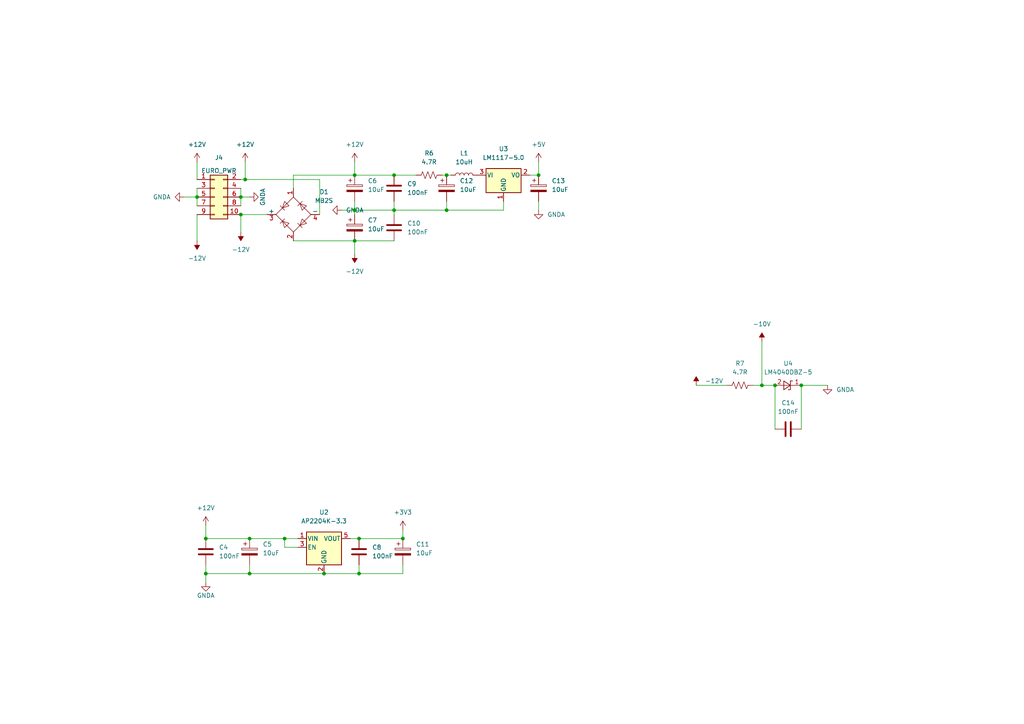
<source format=kicad_sch>
(kicad_sch (version 20211123) (generator eeschema)
  (paper "A4")
  (lib_symbols
    (symbol "Connector_Generic:Conn_02x05_Odd_Even" (pin_names (offset 1.016) hide)
      (property "Reference" "J" (at 1.27 7.62 0))
      (property "Value" "Conn_02x05_Odd_Even" (at 1.27 -7.62 0))
      (symbol "Conn_02x05_Odd_Even_1_1"
        (rectangle (start -1.27 -4.953) (end 0 -5.207) (stroke (width 0.1524)))
        (rectangle (start -1.27 -2.413) (end 0 -2.667) (stroke (width 0.1524)))
        (rectangle (start -1.27 0.127) (end 0 -0.127) (stroke (width 0.1524)))
        (rectangle (start -1.27 2.667) (end 0 2.413) (stroke (width 0.1524)))
        (rectangle (start -1.27 5.207) (end 0 4.953) (stroke (width 0.1524)))
        (rectangle (start -1.27 6.35) (end 3.81 -6.35) (stroke (width 0.254)) (fill (type background)))
        (rectangle (start 3.81 -4.953) (end 2.54 -5.207) (stroke (width 0.1524)))
        (rectangle (start 3.81 -2.413) (end 2.54 -2.667) (stroke (width 0.1524)))
        (rectangle (start 3.81 0.127) (end 2.54 -0.127) (stroke (width 0.1524)))
        (rectangle (start 3.81 2.667) (end 2.54 2.413) (stroke (width 0.1524)))
        (rectangle (start 3.81 5.207) (end 2.54 4.953) (stroke (width 0.1524)))
        (pin passive line (at -5.08 5.08 0) (length 3.81) (name "Pin_1") (number "1"))
        (pin passive line (at 7.62 -5.08 180) (length 3.81) (name "Pin_10") (number "10"))
        (pin passive line (at 7.62 5.08 180) (length 3.81) (name "Pin_2") (number "2"))
        (pin passive line (at -5.08 2.54 0) (length 3.81) (name "Pin_3") (number "3"))
        (pin passive line (at 7.62 2.54 180) (length 3.81) (name "Pin_4") (number "4"))
        (pin passive line (at -5.08 0 0) (length 3.81) (name "Pin_5") (number "5"))
        (pin passive line (at 7.62 0 180) (length 3.81) (name "Pin_6") (number "6"))
        (pin passive line (at -5.08 -2.54 0) (length 3.81) (name "Pin_7") (number "7"))
        (pin passive line (at 7.62 -2.54 180) (length 3.81) (name "Pin_8") (number "8"))
        (pin passive line (at -5.08 -5.08 0) (length 3.81) (name "Pin_9") (number "9"))
      )
    )
    (symbol "Device:C" (pin_numbers hide) (pin_names (offset 0.254))
      (property "Reference" "C" (at 0.635 2.54 0))
      (property "Value" "C" (at 0.635 -2.54 0))
      (symbol "C_0_1"
        (polyline (pts (xy -2.032 -0.762) (xy 2.032 -0.762)) (stroke (width 0.508)))
        (polyline (pts (xy -2.032 0.762) (xy 2.032 0.762)) (stroke (width 0.508)))
      )
      (symbol "C_1_1"
        (pin passive line (at 0 3.81 270) (length 2.794) (name "~") (number "1"))
        (pin passive line (at 0 -3.81 90) (length 2.794) (name "~") (number "2"))
      )
    )
    (symbol "Device:C_Polarized" (pin_numbers hide) (pin_names (offset 0.254))
      (property "Reference" "C" (at 0.635 2.54 0))
      (property "Value" "C_Polarized" (at 0.635 -2.54 0))
      (symbol "C_Polarized_0_1"
        (rectangle (start -2.286 0.508) (end 2.286 1.016))
        (polyline (pts (xy -1.778 2.286) (xy -0.762 2.286)))
        (polyline (pts (xy -1.27 2.794) (xy -1.27 1.778)))
        (rectangle (start 2.286 -0.508) (end -2.286 -1.016) (fill (type outline)))
      )
      (symbol "C_Polarized_1_1"
        (pin passive line (at 0 3.81 270) (length 2.794) (name "~") (number "1"))
        (pin passive line (at 0 -3.81 90) (length 2.794) (name "~") (number "2"))
      )
    )
    (symbol "Device:L" (pin_numbers hide) (pin_names (offset 1.016) hide)
      (property "Reference" "L" (at -1.27 0 90))
      (property "Value" "L" (at 1.905 0 90))
      (symbol "L_0_1"
        (arc (start 0 -2.54) (mid 0.635 -1.905) (end 0 -1.27))
        (arc (start 0 -1.27) (mid 0.635 -0.635) (end 0 0))
        (arc (start 0 0) (mid 0.635 0.635) (end 0 1.27))
        (arc (start 0 1.27) (mid 0.635 1.905) (end 0 2.54))
      )
      (symbol "L_1_1"
        (pin passive line (at 0 3.81 270) (length 1.27) (name "1") (number "1"))
        (pin passive line (at 0 -3.81 90) (length 1.27) (name "2") (number "2"))
      )
    )
    (symbol "Device:R_US" (pin_numbers hide) (pin_names (offset 0))
      (property "Reference" "R" (at 2.54 0 90))
      (property "Value" "R_US" (at -2.54 0 90))
      (symbol "R_US_0_1"
        (polyline (pts (xy 0 -2.286) (xy 0 -2.54)))
        (polyline (pts (xy 0 2.286) (xy 0 2.54)))
        (polyline (pts (xy 0 -0.762) (xy 1.016 -1.143) (xy 0 -1.524) (xy -1.016 -1.905) (xy 0 -2.286)))
        (polyline (pts (xy 0 0.762) (xy 1.016 0.381) (xy 0 0) (xy -1.016 -0.381) (xy 0 -0.762)))
        (polyline (pts (xy 0 2.286) (xy 1.016 1.905) (xy 0 1.524) (xy -1.016 1.143) (xy 0 0.762)))
      )
      (symbol "R_US_1_1"
        (pin passive line (at 0 3.81 270) (length 1.27) (name "~") (number "1"))
        (pin passive line (at 0 -3.81 90) (length 1.27) (name "~") (number "2"))
      )
    )
    (symbol "Diode_Bridge:MB2S" (pin_names (offset 0))
      (property "Reference" "D" (at 2.54 6.985 0))
      (property "Value" "MB2S" (at 2.54 5.08 0))
      (symbol "MB2S_0_1"
        (polyline (pts (xy -2.54 3.81) (xy -1.27 2.54)))
        (polyline (pts (xy -1.27 -2.54) (xy -2.54 -3.81)))
        (polyline (pts (xy 2.54 -1.27) (xy 3.81 -2.54)))
        (polyline (pts (xy 2.54 1.27) (xy 3.81 2.54)))
        (polyline (pts (xy -3.81 2.54) (xy -2.54 1.27) (xy -1.905 3.175) (xy -3.81 2.54)))
        (polyline (pts (xy -2.54 -1.27) (xy -3.81 -2.54) (xy -1.905 -3.175) (xy -2.54 -1.27)))
        (polyline (pts (xy 1.27 2.54) (xy 2.54 3.81) (xy 3.175 1.905) (xy 1.27 2.54)))
        (polyline (pts (xy 3.175 -1.905) (xy 1.27 -2.54) (xy 2.54 -3.81) (xy 3.175 -1.905)))
        (polyline (pts (xy -5.08 0) (xy 0 -5.08) (xy 5.08 0) (xy 0 5.08) (xy -5.08 0)))
      )
      (symbol "MB2S_1_1"
        (pin passive line (at 0 -7.62 90) (length 2.54) (name "~") (number "1"))
        (pin passive line (at 0 7.62 270) (length 2.54) (name "~") (number "2"))
        (pin passive line (at 7.62 0 180) (length 2.54) (name "+") (number "3"))
        (pin passive line (at -7.62 0 0) (length 2.54) (name "-") (number "4"))
      )
    )
    (symbol "Reference_Voltage:LM4040DBZ-5" (pin_names (offset 0.0254) hide)
      (property "Reference" "U" (at 0 2.54 0))
      (property "Value" "LM4040DBZ-5" (at 0 -3.175 0))
      (symbol "LM4040DBZ-5_0_1"
        (polyline (pts (xy -1.27 0) (xy 0 0) (xy 1.27 0)))
        (polyline (pts (xy -1.27 -1.27) (xy 0.635 0) (xy -1.27 1.27) (xy -1.27 -1.27)) (stroke (width 0.2032)))
        (polyline (pts (xy 0 -1.27) (xy 0.635 -1.27) (xy 0.635 1.27) (xy 1.27 1.27)) (stroke (width 0.2032)))
      )
      (symbol "LM4040DBZ-5_1_1"
        (pin passive line (at 3.81 0 180) (length 2.54) (name "K") (number "1"))
        (pin passive line (at -3.81 0 0) (length 2.54) (name "A") (number "2"))
      )
    )
    (symbol "Regulator_Linear:AP2204K-3.3" (pin_names (offset 0.254))
      (property "Reference" "U" (at -5.08 5.715 0))
      (property "Value" "AP2204K-3.3" (at 0 5.715 0))
      (symbol "AP2204K-3.3_0_1"
        (rectangle (start -5.08 4.445) (end 5.08 -5.08) (stroke (width 0.254)) (fill (type background)))
      )
      (symbol "AP2204K-3.3_1_1"
        (pin power_in line (at -7.62 2.54 0) (length 2.54) (name "VIN") (number "1"))
        (pin power_in line (at 0 -7.62 90) (length 2.54) (name "GND") (number "2"))
        (pin input line (at -7.62 0 0) (length 2.54) (name "EN") (number "3"))
        (pin no_connect line (at 5.08 0 180) (length 2.54) hide (name "NC") (number "4"))
        (pin power_out line (at 7.62 2.54 180) (length 2.54) (name "VOUT") (number "5"))
      )
    )
    (symbol "Regulator_Linear:LM1117-5.0" (pin_names (offset 0.254))
      (property "Reference" "U" (at -3.81 3.175 0))
      (property "Value" "LM1117-5.0" (at 0 3.175 0))
      (symbol "LM1117-5.0_0_1"
        (rectangle (start -5.08 -5.08) (end 5.08 1.905) (stroke (width 0.254)) (fill (type background)))
      )
      (symbol "LM1117-5.0_1_1"
        (pin power_in line (at 0 -7.62 90) (length 2.54) (name "GND") (number "1"))
        (pin power_out line (at 7.62 0 180) (length 2.54) (name "VO") (number "2"))
        (pin power_in line (at -7.62 0 0) (length 2.54) (name "VI") (number "3"))
      )
    )
    (symbol "power:+12V" (power) (pin_names (offset 0))
      (property "Value" "+12V" (at 0 3.556 0))
      (symbol "+12V_0_1"
        (polyline (pts (xy -0.762 1.27) (xy 0 2.54)))
        (polyline (pts (xy 0 0) (xy 0 2.54)))
        (polyline (pts (xy 0 2.54) (xy 0.762 1.27)))
      )
      (symbol "+12V_1_1"
        (pin power_in line (at 0 0 90) (length 0) hide (name "+12V") (number "1"))
      )
    )
    (symbol "power:+3.3V" (power) (pin_names (offset 0))
      (property "Value" "+3.3V" (at 0 3.556 0))
      (symbol "+3.3V_0_1"
        (polyline (pts (xy -0.762 1.27) (xy 0 2.54)))
        (polyline (pts (xy 0 0) (xy 0 2.54)))
        (polyline (pts (xy 0 2.54) (xy 0.762 1.27)))
      )
      (symbol "+3.3V_1_1"
        (pin power_in line (at 0 0 90) (length 0) hide (name "+3V3") (number "1"))
      )
    )
    (symbol "power:+5V" (power) (pin_names (offset 0))
      (property "Value" "+5V" (at 0 3.556 0))
      (symbol "+5V_0_1"
        (polyline (pts (xy -0.762 1.27) (xy 0 2.54)))
        (polyline (pts (xy 0 0) (xy 0 2.54)))
        (polyline (pts (xy 0 2.54) (xy 0.762 1.27)))
      )
      (symbol "+5V_1_1"
        (pin power_in line (at 0 0 90) (length 0) hide (name "+5V") (number "1"))
      )
    )
    (symbol "power:-10V" (power) (pin_names (offset 0))
      (property "Value" "-10V" (at 0 3.81 0))
      (symbol "-10V_0_0"
        (pin power_in line (at 0 0 90) (length 0) hide (name "-10V") (number "1"))
      )
      (symbol "-10V_0_1"
        (polyline (pts (xy 0 0) (xy 0 1.27) (xy 0.762 1.27) (xy 0 2.54) (xy -0.762 1.27) (xy 0 1.27)) (fill (type outline)))
      )
    )
    (symbol "power:-12V" (power) (pin_names (offset 0))
      (property "Value" "-12V" (at 0 3.81 0))
      (symbol "-12V_0_0"
        (pin power_in line (at 0 0 90) (length 0) hide (name "-12V") (number "1"))
      )
      (symbol "-12V_0_1"
        (polyline (pts (xy 0 0) (xy 0 1.27) (xy 0.762 1.27) (xy 0 2.54) (xy -0.762 1.27) (xy 0 1.27)) (fill (type outline)))
      )
    )
    (symbol "power:GNDA" (power) (pin_names (offset 0))
      (property "Value" "GNDA" (at 0 -3.81 0))
      (symbol "GNDA_0_1"
        (polyline (pts (xy 0 0) (xy 0 -1.27) (xy 1.27 -1.27) (xy 0 -2.54) (xy -1.27 -1.27) (xy 0 -1.27)))
      )
      (symbol "GNDA_1_1"
        (pin power_in line (at 0 0 270) (length 0) hide (name "GNDA") (number "1"))
      )
    )
  )
  (junction (at 114.3 50.8))
  (junction (at 102.87 50.8))
  (junction (at 220.98 111.76))
  (junction (at 69.85 57.15))
  (junction (at 156.21 50.8))
  (junction (at 129.54 60.96))
  (junction (at 224.79 111.76))
  (junction (at 93.98 166.37))
  (junction (at 104.14 156.21))
  (junction (at 59.69 166.37))
  (junction (at 232.41 111.76))
  (junction (at 72.39 166.37))
  (junction (at 129.54 50.8))
  (junction (at 102.87 60.96))
  (junction (at 104.14 166.37))
  (junction (at 57.15 57.15))
  (junction (at 69.85 62.23))
  (junction (at 82.55 156.21))
  (junction (at 72.39 156.21))
  (junction (at 59.69 156.21))
  (junction (at 102.87 69.85))
  (junction (at 71.12 52.07))
  (junction (at 116.84 156.21))
  (junction (at 114.3 60.96))
  (wire (pts (xy 102.87 60.96) (xy 99.06 60.96)))
  (wire (pts (xy 71.12 52.07) (xy 92.71 52.07)))
  (wire (pts (xy 220.98 99.06) (xy 220.98 111.76)))
  (wire (pts (xy 69.85 57.15) (xy 72.39 57.15)))
  (wire (pts (xy 102.87 69.85) (xy 114.3 69.85)))
  (wire (pts (xy 93.98 166.37) (xy 72.39 166.37)))
  (wire (pts (xy 232.41 111.76) (xy 232.41 124.46)))
  (wire (pts (xy 59.69 166.37) (xy 59.69 163.83)))
  (wire (pts (xy 116.84 166.37) (xy 116.84 163.83)))
  (wire (pts (xy 71.12 52.07) (xy 69.85 52.07)))
  (wire (pts (xy 114.3 60.96) (xy 114.3 62.23)))
  (wire (pts (xy 59.69 166.37) (xy 72.39 166.37)))
  (wire (pts (xy 57.15 69.85) (xy 57.15 62.23)))
  (wire (pts (xy 57.15 54.61) (xy 57.15 57.15)))
  (wire (pts (xy 102.87 60.96) (xy 102.87 62.23)))
  (wire (pts (xy 86.36 158.75) (xy 82.55 158.75)))
  (wire (pts (xy 104.14 166.37) (xy 116.84 166.37)))
  (wire (pts (xy 59.69 168.91) (xy 59.69 166.37)))
  (wire (pts (xy 153.67 50.8) (xy 156.21 50.8)))
  (wire (pts (xy 128.27 50.8) (xy 129.54 50.8)))
  (wire (pts (xy 102.87 60.96) (xy 114.3 60.96)))
  (wire (pts (xy 82.55 158.75) (xy 82.55 156.21)))
  (wire (pts (xy 69.85 62.23) (xy 77.47 62.23)))
  (wire (pts (xy 82.55 156.21) (xy 86.36 156.21)))
  (wire (pts (xy 146.05 60.96) (xy 129.54 60.96)))
  (wire (pts (xy 116.84 153.67) (xy 116.84 156.21)))
  (wire (pts (xy 85.09 50.8) (xy 102.87 50.8)))
  (wire (pts (xy 218.44 111.76) (xy 220.98 111.76)))
  (wire (pts (xy 102.87 46.99) (xy 102.87 50.8)))
  (wire (pts (xy 201.93 111.76) (xy 210.82 111.76)))
  (wire (pts (xy 57.15 46.99) (xy 57.15 52.07)))
  (wire (pts (xy 72.39 156.21) (xy 82.55 156.21)))
  (wire (pts (xy 69.85 67.31) (xy 69.85 62.23)))
  (wire (pts (xy 101.6 156.21) (xy 104.14 156.21)))
  (wire (pts (xy 102.87 58.42) (xy 102.87 60.96)))
  (wire (pts (xy 102.87 73.66) (xy 102.87 69.85)))
  (wire (pts (xy 71.12 46.99) (xy 71.12 52.07)))
  (wire (pts (xy 72.39 166.37) (xy 72.39 163.83)))
  (wire (pts (xy 69.85 57.15) (xy 69.85 59.69)))
  (wire (pts (xy 114.3 60.96) (xy 129.54 60.96)))
  (wire (pts (xy 69.85 54.61) (xy 69.85 57.15)))
  (wire (pts (xy 114.3 50.8) (xy 120.65 50.8)))
  (wire (pts (xy 224.79 111.76) (xy 224.79 124.46)))
  (wire (pts (xy 59.69 156.21) (xy 72.39 156.21)))
  (wire (pts (xy 232.41 111.76) (xy 240.03 111.76)))
  (wire (pts (xy 85.09 54.61) (xy 85.09 50.8)))
  (wire (pts (xy 129.54 50.8) (xy 130.81 50.8)))
  (wire (pts (xy 85.09 69.85) (xy 102.87 69.85)))
  (wire (pts (xy 156.21 60.96) (xy 156.21 58.42)))
  (wire (pts (xy 57.15 57.15) (xy 57.15 59.69)))
  (wire (pts (xy 220.98 111.76) (xy 224.79 111.76)))
  (wire (pts (xy 156.21 46.99) (xy 156.21 50.8)))
  (wire (pts (xy 104.14 163.83) (xy 104.14 166.37)))
  (wire (pts (xy 53.34 57.15) (xy 57.15 57.15)))
  (wire (pts (xy 104.14 166.37) (xy 93.98 166.37)))
  (wire (pts (xy 102.87 50.8) (xy 114.3 50.8)))
  (wire (pts (xy 92.71 52.07) (xy 92.71 62.23)))
  (wire (pts (xy 114.3 58.42) (xy 114.3 60.96)))
  (wire (pts (xy 104.14 156.21) (xy 116.84 156.21)))
  (wire (pts (xy 59.69 152.4) (xy 59.69 156.21)))
  (wire (pts (xy 129.54 60.96) (xy 129.54 58.42)))
  (wire (pts (xy 146.05 58.42) (xy 146.05 60.96)))
  (symbol (lib_id "power:GNDA") (at 53.34 57.15 270) (unit 1)
    (property "Reference" "#PWR0120" (effects hide))
    (property "Value" "GNDA" (at 49.53 57.1499 90) (effects (justify right)))
  )
  (symbol (lib_id "Regulator_Linear:AP2204K-3.3") (at 93.98 158.75 0) (unit 1)
    (property "Reference" "U2" (at 93.98 148.59 0))
    (property "Value" "AP2204K-3.3" (at 93.98 151.13 0))
    (property "Footprint" "Package_TO_SOT_SMD:SOT-23-5" (effects hide))
    (property "Datasheet" "https://www.diodes.com/assets/Datasheets/AP2204.pdf" (effects hide))
  )
  (symbol (lib_id "Device:L") (at 134.62 50.8 90) (unit 1)
    (property "Reference" "L1" (at 134.62 44.45 90))
    (property "Value" "10uH" (at 134.62 46.99 90))
    (property "Footprint" "Inductor_SMD:L_0805_2012Metric" (effects hide))
  )
  (symbol (lib_id "Device:C_Polarized") (at 102.87 54.61 0) (unit 1)
    (property "Reference" "C6" (at 106.68 52.4509 0) (effects (justify left)))
    (property "Value" "10uF" (at 106.68 54.9909 0) (effects (justify left)))
    (property "Footprint" "Capacitor_SMD:CP_Elec_5x3" (effects hide))
  )
  (symbol (lib_id "power:+3.3V") (at 116.84 153.67 0) (unit 1)
    (property "Reference" "#PWR0127" (effects hide))
    (property "Value" "+3.3V" (at 116.84 148.59 0))
  )
  (symbol (lib_id "Device:C_Polarized") (at 72.39 160.02 0) (unit 1)
    (property "Reference" "C5" (at 76.2 157.8609 0) (effects (justify left)))
    (property "Value" "10uF" (at 76.2 160.4009 0) (effects (justify left)))
    (property "Footprint" "Capacitor_SMD:CP_Elec_5x3" (effects hide))
  )
  (symbol (lib_id "power:-12V") (at 57.15 69.85 180) (unit 1)
    (property "Reference" "#PWR0119" (effects hide))
    (property "Value" "-12V" (at 57.15 74.93 0))
  )
  (symbol (lib_id "Device:R_US") (at 124.46 50.8 90) (unit 1)
    (property "Reference" "R6" (at 124.46 44.45 90))
    (property "Value" "4.7R" (at 124.46 46.99 90))
    (property "Footprint" "Resistor_SMD:R_0805_2012Metric" (effects hide))
  )
  (symbol (lib_id "Connector_Generic:Conn_02x05_Odd_Even") (at 62.23 57.15 0) (unit 1)
    (property "Reference" "J4" (at 63.5 45.72 0))
    (property "Value" "EURO_PWR" (at 63.5 49.53 0))
    (property "Footprint" "Connector_PinSocket_2.54mm:PinSocket_2x05_P2.54mm_Vertical" (effects hide))
  )
  (symbol (lib_id "Device:C_Polarized") (at 156.21 54.61 0) (unit 1)
    (property "Reference" "C13" (at 160.02 52.4509 0) (effects (justify left)))
    (property "Value" "10uF" (at 160.02 54.9909 0) (effects (justify left)))
    (property "Footprint" "Capacitor_SMD:CP_Elec_5x3" (effects hide))
  )
  (symbol (lib_id "Device:C") (at 228.6 124.46 270) (unit 1)
    (property "Reference" "C14" (at 228.6 116.84 90))
    (property "Value" "100nF" (at 228.6 119.38 90))
    (property "Footprint" "Capacitor_SMD:C_0805_2012Metric" (effects hide))
  )
  (symbol (lib_id "Reference_Voltage:LM4040DBZ-5") (at 228.6 111.76 0) (unit 1)
    (property "Reference" "U4" (at 228.6 105.41 0))
    (property "Value" "LM4040DBZ-5" (at 228.6 107.95 0))
    (property "Footprint" "Package_TO_SOT_SMD:SOT-23" (effects hide))
    (property "Datasheet" "http://www.ti.com/lit/ds/symlink/lm4040-n.pdf" (effects hide))
  )
  (symbol (lib_id "power:+12V") (at 102.87 46.99 0) (unit 1)
    (property "Reference" "#PWR0124" (effects hide))
    (property "Value" "+12V" (at 102.87 41.91 0))
  )
  (symbol (lib_id "Device:C") (at 59.69 160.02 180) (unit 1)
    (property "Reference" "C4" (at 63.5 158.7499 0) (effects (justify right)))
    (property "Value" "100nF" (at 63.5 161.2899 0) (effects (justify right)))
    (property "Footprint" "Capacitor_SMD:C_0805_2012Metric" (effects hide))
  )
  (symbol (lib_id "power:GNDA") (at 59.69 168.91 0) (unit 1)
    (property "Reference" "#PWR0128" (effects hide))
    (property "Value" "GNDA" (at 59.69 172.72 0))
  )
  (symbol (lib_id "power:-10V") (at 220.98 99.06 0) (unit 1)
    (property "Reference" "#PWR0132" (effects hide))
    (property "Value" "-10V" (at 220.98 93.98 0))
  )
  (symbol (lib_id "Device:C") (at 114.3 66.04 0) (unit 1)
    (property "Reference" "C10" (at 118.11 64.7699 0) (effects (justify left)))
    (property "Value" "100nF" (at 118.11 67.3099 0) (effects (justify left)))
    (property "Footprint" "Capacitor_SMD:C_0805_2012Metric" (effects hide))
  )
  (symbol (lib_id "power:+12V") (at 59.69 152.4 0) (unit 1)
    (property "Reference" "#PWR0129" (effects hide))
    (property "Value" "+12V" (at 59.69 147.32 0))
  )
  (symbol (lib_id "Device:C_Polarized") (at 116.84 160.02 0) (unit 1)
    (property "Reference" "C11" (at 120.65 157.8609 0) (effects (justify left)))
    (property "Value" "10uF" (at 120.65 160.4009 0) (effects (justify left)))
    (property "Footprint" "Capacitor_SMD:CP_Elec_5x3" (effects hide))
  )
  (symbol (lib_id "power:GNDA") (at 99.06 60.96 270) (unit 1)
    (property "Reference" "#PWR0126" (effects hide))
    (property "Value" "GNDA" (at 100.33 60.9599 90) (effects (justify left)))
  )
  (symbol (lib_id "power:GNDA") (at 240.03 111.76 0) (unit 1)
    (property "Reference" "#PWR0134" (effects hide))
    (property "Value" "GNDA" (at 242.57 113.0299 0) (effects (justify left)))
  )
  (symbol (lib_id "power:-12V") (at 69.85 67.31 180) (unit 1)
    (property "Reference" "#PWR0118" (effects hide))
    (property "Value" "-12V" (at 69.85 72.39 0))
  )
  (symbol (lib_id "power:+12V") (at 71.12 46.99 0) (unit 1)
    (property "Reference" "#PWR0121" (effects hide))
    (property "Value" "+12V" (at 71.12 41.91 0))
  )
  (symbol (lib_id "Device:C") (at 114.3 54.61 0) (unit 1)
    (property "Reference" "C9" (at 118.11 53.3399 0) (effects (justify left)))
    (property "Value" "100nF" (at 118.11 55.8799 0) (effects (justify left)))
    (property "Footprint" "Capacitor_SMD:C_0805_2012Metric" (effects hide))
  )
  (symbol (lib_id "Device:R_US") (at 214.63 111.76 90) (unit 1)
    (property "Reference" "R7" (at 214.63 105.41 90))
    (property "Value" "4.7R" (at 214.63 107.95 90))
    (property "Footprint" "Resistor_SMD:R_0805_2012Metric" (effects hide))
  )
  (symbol (lib_id "power:+5V") (at 156.21 46.99 0) (unit 1)
    (property "Reference" "#PWR0131" (effects hide))
    (property "Value" "+5V" (at 156.21 41.91 0))
  )
  (symbol (lib_id "power:+12V") (at 57.15 46.99 0) (unit 1)
    (property "Reference" "#PWR0122" (effects hide))
    (property "Value" "+12V" (at 57.15 41.91 0))
  )
  (symbol (lib_id "power:-12V") (at 102.87 73.66 180) (unit 1)
    (property "Reference" "#PWR0123" (effects hide))
    (property "Value" "-12V" (at 102.87 78.74 0))
  )
  (symbol (lib_id "Diode_Bridge:MB2S") (at 85.09 62.23 180) (unit 1)
    (property "Reference" "D1" (at 93.98 55.6512 0))
    (property "Value" "MB2S" (at 93.98 58.1912 0))
    (property "Footprint" "Package_TO_SOT_SMD:TO-269AA" (effects hide))
    (property "Datasheet" "http://www.vishay.com/docs/88661/mb2s.pdf" (effects hide))
  )
  (symbol (lib_id "power:GNDA") (at 156.21 60.96 0) (unit 1)
    (property "Reference" "#PWR0130" (effects hide))
    (property "Value" "GNDA" (at 158.75 62.2299 0) (effects (justify left)))
  )
  (symbol (lib_id "power:-12V") (at 201.93 111.76 0) (unit 1)
    (property "Reference" "#PWR0133" (effects hide))
    (property "Value" "-12V" (at 204.47 110.4899 0) (effects (justify left)))
  )
  (symbol (lib_id "Device:C_Polarized") (at 102.87 66.04 0) (unit 1)
    (property "Reference" "C7" (at 106.68 63.8809 0) (effects (justify left)))
    (property "Value" "10uF" (at 106.68 66.4209 0) (effects (justify left)))
    (property "Footprint" "Capacitor_SMD:CP_Elec_5x3" (effects hide))
  )
  (symbol (lib_id "power:GNDA") (at 72.39 57.15 90) (unit 1)
    (property "Reference" "#PWR0125" (effects hide))
    (property "Value" "GNDA" (at 76.2 57.15 0))
  )
  (symbol (lib_id "Regulator_Linear:LM1117-5.0") (at 146.05 50.8 0) (unit 1)
    (property "Reference" "U3" (at 146.05 43.18 0))
    (property "Value" "LM1117-5.0" (at 146.05 45.72 0))
    (property "Footprint" "Package_TO_SOT_SMD:SOT-223" (effects hide))
    (property "Datasheet" "http://www.ti.com/lit/ds/symlink/lm1117.pdf" (effects hide))
  )
  (symbol (lib_id "Device:C") (at 104.14 160.02 180) (unit 1)
    (property "Reference" "C8" (at 107.95 158.7499 0) (effects (justify right)))
    (property "Value" "100nF" (at 107.95 161.2899 0) (effects (justify right)))
    (property "Footprint" "Capacitor_SMD:C_0805_2012Metric" (effects hide))
  )
  (symbol (lib_id "Device:C_Polarized") (at 129.54 54.61 0) (unit 1)
    (property "Reference" "C12" (at 133.35 52.4509 0) (effects (justify left)))
    (property "Value" "10uF" (at 133.35 54.9909 0) (effects (justify left)))
    (property "Footprint" "Capacitor_SMD:CP_Elec_5x3" (effects hide))
  )
)
</source>
